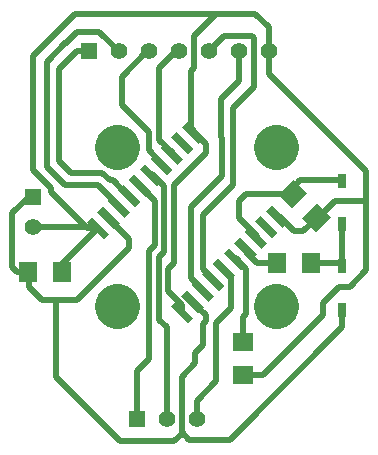
<source format=gtl>
G04 ( created by brdgerber.py ( brdgerber.py v0.1 2014-03-12 ) ) date 2020-11-07 22:23:14 EST*
G04 Gerber Fmt 3.4, Leading zero omitted, Abs format*
%MOIN*%
%FSLAX34Y34*%
G01*
G70*
G90*
G04 APERTURE LIST*
%ADD18C,0.1500*%
%ADD10C,0.0000*%
%ADD19R,0.0629X0.0709*%
%ADD16C,0.0120*%
%ADD14R,0.0550X0.0550*%
%ADD13C,0.0050*%
%ADD12C,0.0020*%
%ADD17R,0.0275X0.0472*%
%ADD11C,0.0060*%
%ADD15C,0.0550*%
%ADD20C,0.0200*%
%ADD21R,0.0709X0.0629*%
G04 APERTURE END LIST*
G54D18*
G36*
G01X12800Y05366D02*
G01X12616Y05182D01*
G01X13182Y04616D01*
G01X13366Y04800D01*
G01X12800Y05366D01*
G37*
G36*
G01X12446Y05012D02*
G01X12263Y04828D01*
G01X12828Y04263D01*
G01X13012Y04447D01*
G01X12446Y05012D01*
G37*
G36*
G01X12093Y04659D02*
G01X11909Y04475D01*
G01X12475Y03909D01*
G01X12659Y04093D01*
G01X12093Y04659D01*
G37*
G36*
G01X11739Y04305D02*
G01X11555Y04121D01*
G01X12121Y03556D01*
G01X12305Y03739D01*
G01X11739Y04305D01*
G37*
G36*
G01X11386Y03952D02*
G01X11202Y03768D01*
G01X11768Y03202D01*
G01X11951Y03386D01*
G01X11386Y03952D01*
G37*
G36*
G01X11032Y03598D02*
G01X10848Y03414D01*
G01X11414Y02849D01*
G01X11598Y03032D01*
G01X11032Y03598D01*
G37*
G36*
G01X10679Y03245D02*
G01X10495Y03061D01*
G01X11061Y02495D01*
G01X11244Y02679D01*
G01X10679Y03245D01*
G37*
G36*
G01X10325Y02891D02*
G01X10141Y02707D01*
G01X10707Y02141D01*
G01X10891Y02325D01*
G01X10325Y02891D01*
G37*
G36*
G01X13125Y00091D02*
G01X12941Y-00093D01*
G01X13507Y-00659D01*
G01X13691Y-00475D01*
G01X13125Y00091D01*
G37*
G36*
G01X13479Y00444D02*
G01X13295Y00261D01*
G01X13861Y-00305D01*
G01X14045Y-00121D01*
G01X13479Y00444D01*
G37*
G36*
G01X13832Y00798D02*
G01X13649Y00614D01*
G01X14214Y00048D01*
G01X14398Y00232D01*
G01X13832Y00798D01*
G37*
G36*
G01X14186Y01151D02*
G01X14002Y00968D01*
G01X14568Y00402D01*
G01X14752Y00586D01*
G01X14186Y01151D01*
G37*
G36*
G01X14539Y01505D02*
G01X14356Y01321D01*
G01X14921Y00755D01*
G01X15105Y00939D01*
G01X14539Y01505D01*
G37*
G36*
G01X14893Y01859D02*
G01X14709Y01675D01*
G01X15275Y01109D01*
G01X15459Y01293D01*
G01X14893Y01859D01*
G37*
G36*
G01X15247Y02212D02*
G01X15063Y02028D01*
G01X15628Y01463D01*
G01X15812Y01646D01*
G01X15247Y02212D01*
G37*
G36*
G01X15600Y02566D02*
G01X15416Y02382D01*
G01X15982Y01816D01*
G01X16166Y02000D01*
G01X15600Y02566D01*
G37*
G36*
G01X09972Y02537D02*
G01X09788Y02354D01*
G01X10353Y01788D01*
G01X10537Y01972D01*
G01X09972Y02537D01*
G37*
G36*
G01X09618Y02184D02*
G01X09434Y02000D01*
G01X10000Y01434D01*
G01X10184Y01618D01*
G01X09618Y02184D01*
G37*
G36*
G01X12772Y-00263D02*
G01X12588Y-00447D01*
G01X13154Y-01012D01*
G01X13337Y-00828D01*
G01X12772Y-00263D01*
G37*
G36*
G01X12418Y-00616D02*
G01X12234Y-00800D01*
G01X12800Y-01366D01*
G01X12984Y-01182D01*
G01X12418Y-00616D01*
G37*
D14*
X09500Y07700D03*
D15*
X10500Y07700D03*
D15*
X11500Y07700D03*
D15*
X12500Y07700D03*
D15*
X13500Y07700D03*
D15*
X14500Y07700D03*
D15*
X15500Y07700D03*
D17*
X17950Y03378D03*
D17*
X17950Y01922D03*
D18*
G01X15745Y-00795D02*
G01X15745Y-00795D01*
D18*
G01X15745Y04495D02*
G01X15745Y04495D01*
D18*
G01X10455Y04495D02*
G01X10455Y04495D01*
D18*
G01X10455Y-00795D02*
G01X10455Y-00795D01*
D14*
X07650Y02850D03*
D15*
X07650Y01850D03*
D19*
X15791Y00650D03*
D19*
X16909Y00650D03*
G36*
G01X16622Y02126D02*
G01X17067Y01682D01*
G01X17568Y02183D01*
G01X17124Y02628D01*
G01X16622Y02126D01*
G37*
G36*
G01X15832Y02917D02*
G01X16276Y02472D01*
G01X16778Y02974D01*
G01X16333Y03418D01*
G01X15832Y02917D01*
G37*
D14*
X11100Y-04550D03*
D15*
X12100Y-04550D03*
D15*
X13100Y-04550D03*
D17*
X17950Y00528D03*
D17*
X17950Y-00928D03*
D21*
X14650Y-03109D03*
D21*
X14650Y-01991D03*
D19*
X08609Y00350D03*
D19*
X07491Y00350D03*
D20*
G01X17850Y-00150D02*
G01X18200Y-00150D01*
D20*
G01X14500Y02150D02*
G01X14500Y02700D01*
D20*
G01X07650Y03750D02*
G01X07650Y07550D01*
D20*
G01X11700Y01250D02*
G01X11700Y02700D01*
D20*
G01X11700Y02700D02*
G01X11200Y03200D01*
D20*
G01X06950Y00500D02*
G01X07100Y00350D01*
D20*
G01X06950Y00950D02*
G01X06950Y00500D01*
D20*
G01X11500Y01050D02*
G01X11700Y01250D01*
D20*
G01X18750Y00400D02*
G01X18750Y03700D01*
D20*
G01X18750Y03700D02*
G01X15500Y06950D01*
D20*
G01X16350Y-02050D02*
G01X17300Y-01100D01*
D20*
G01X17300Y-01100D02*
G01X17300Y-00700D01*
D20*
G01X18200Y-00150D02*
G01X18750Y00400D01*
D20*
G01X13750Y-03300D02*
G01X13750Y-01350D01*
D20*
G01X08250Y03150D02*
G01X07650Y03750D01*
D20*
G01X07650Y01850D02*
G01X09750Y01850D01*
D20*
G01X09750Y01850D02*
G01X09800Y01800D01*
D20*
G01X10500Y02500D02*
G01X10450Y02500D01*
D20*
G01X12600Y-05000D02*
G01X12850Y-05250D01*
D20*
G01X12600Y-03150D02*
G01X12600Y-05000D01*
D20*
G01X08700Y07950D02*
G01X09100Y08350D01*
D20*
G01X10500Y02500D02*
G01X10500Y02550D01*
D20*
G01X10500Y02550D02*
G01X09800Y03250D01*
D20*
G01X09800Y03250D02*
G01X08700Y03250D01*
D20*
G01X08700Y03250D02*
G01X08100Y03850D01*
D20*
G01X08100Y03850D02*
G01X08100Y07350D01*
D20*
G01X08100Y07350D02*
G01X08750Y08000D01*
D20*
G01X07500Y00350D02*
G01X07500Y-00150D01*
D20*
G01X12850Y-05250D02*
G01X14200Y-05250D01*
D20*
G01X07650Y02850D02*
G01X07500Y02850D01*
D20*
G01X08900Y03650D02*
G01X08500Y04050D01*
D20*
G01X08500Y04050D02*
G01X08500Y06700D01*
D20*
G01X07500Y02850D02*
G01X06950Y02300D01*
D20*
G01X09100Y07700D02*
G01X08500Y07100D01*
D20*
G01X14000Y08200D02*
G01X13500Y07700D01*
D20*
G01X14750Y-01050D02*
G01X14750Y00450D01*
D20*
G01X14750Y00450D02*
G01X14400Y00800D01*
D20*
G01X10300Y03400D02*
G01X10850Y02850D01*
D20*
G01X10200Y03400D02*
G01X10300Y03400D01*
D20*
G01X14650Y-01150D02*
G01X14750Y-01050D01*
D20*
G01X14650Y-02000D02*
G01X14650Y-01150D01*
D20*
G01X13650Y00050D02*
G01X13650Y00100D01*
D20*
G01X13650Y00100D02*
G01X13300Y00450D01*
D20*
G01X13300Y00450D02*
G01X13300Y02250D01*
D20*
G01X13300Y02250D02*
G01X14300Y03250D01*
D20*
G01X12100Y-04550D02*
G01X12100Y-01500D01*
D20*
G01X12000Y03200D02*
G01X11600Y03600D01*
D20*
G01X08500Y07100D02*
G01X08500Y06650D01*
D20*
G01X13100Y-04550D02*
G01X13100Y-03950D01*
D20*
G01X13050Y-02350D02*
G01X13050Y-02700D01*
D20*
G01X13050Y-02700D02*
G01X12600Y-03150D01*
D20*
G01X13300Y-00300D02*
G01X13300Y-00250D01*
D20*
G01X13300Y-00250D02*
G01X12900Y00150D01*
D20*
G01X12900Y00150D02*
G01X12900Y02500D01*
D20*
G01X12900Y02500D02*
G01X13950Y03550D01*
D20*
G01X08250Y03000D02*
G01X08250Y03150D01*
D20*
G01X13100Y-03950D02*
G01X13750Y-03300D01*
D20*
G01X12150Y00350D02*
G01X12150Y-00300D01*
D20*
G01X12150Y-00300D02*
G01X12600Y-00750D01*
D20*
G01X12600Y-00750D02*
G01X12600Y-01000D01*
D20*
G01X12150Y00350D02*
G01X12150Y00450D01*
D20*
G01X12150Y00450D02*
G01X12350Y00650D01*
D20*
G01X12350Y00650D02*
G01X12350Y03250D01*
D20*
G01X12350Y03250D02*
G01X13400Y04300D01*
D20*
G01X13400Y04300D02*
G01X13400Y04600D01*
D20*
G01X13400Y04600D02*
G01X13000Y05000D01*
D20*
G01X14250Y-00850D02*
G01X14250Y00150D01*
D20*
G01X13750Y-01350D02*
G01X14250Y-00850D01*
D20*
G01X14250Y00150D02*
G01X14000Y00400D01*
D20*
G01X13300Y-02100D02*
G01X13050Y-02350D01*
D20*
G01X11850Y00850D02*
G01X12000Y01000D01*
D20*
G01X07100Y00350D02*
G01X07500Y00350D01*
D20*
G01X17150Y02150D02*
G01X17700Y02700D01*
D20*
G01X12000Y01000D02*
G01X12000Y03200D01*
D20*
G01X08600Y00350D02*
G01X08600Y00600D01*
D20*
G01X06950Y02300D02*
G01X06950Y00900D01*
D20*
G01X09050Y08950D02*
G01X13800Y08950D01*
D20*
G01X17700Y02700D02*
G01X18750Y02700D01*
D20*
G01X15100Y01500D02*
G01X15100Y01550D01*
D20*
G01X15100Y01550D02*
G01X14500Y02150D01*
D20*
G01X14950Y08200D02*
G01X14000Y08200D01*
D20*
G01X12600Y-05000D02*
G01X12600Y-05050D01*
D20*
G01X08600Y00600D02*
G01X09800Y01800D01*
D20*
G01X16650Y01700D02*
G01X17100Y02150D01*
D20*
G01X16350Y01700D02*
G01X16650Y01700D01*
D20*
G01X15000Y08150D02*
G01X14950Y08200D01*
D20*
G01X17950Y01900D02*
G01X17950Y00550D01*
D20*
G01X14750Y01150D02*
G01X14750Y01000D01*
D20*
G01X14750Y01000D02*
G01X15100Y00650D01*
D20*
G01X15100Y00650D02*
G01X15800Y00650D01*
D20*
G01X16900Y00650D02*
G01X17850Y00650D01*
D20*
G01X17850Y00650D02*
G01X17950Y00550D01*
D20*
G01X15500Y07700D02*
G01X15500Y07450D01*
D20*
G01X15500Y06950D02*
G01X15500Y07700D01*
D20*
G01X15000Y06500D02*
G01X15000Y08150D01*
D20*
G01X14500Y02700D02*
G01X14750Y02950D01*
D20*
G01X17300Y-00700D02*
G01X17850Y-00150D01*
D20*
G01X17100Y02150D02*
G01X17150Y02150D01*
D20*
G01X13000Y05000D02*
G01X13000Y05050D01*
D20*
G01X13000Y05050D02*
G01X12900Y05150D01*
D20*
G01X12900Y05150D02*
G01X12900Y07050D01*
D20*
G01X12900Y07050D02*
G01X13000Y07150D01*
D20*
G01X13000Y07150D02*
G01X13000Y08200D01*
D20*
G01X13000Y08200D02*
G01X13750Y08950D01*
D20*
G01X13750Y08950D02*
G01X15050Y08950D01*
D20*
G01X15050Y08950D02*
G01X15500Y08500D01*
D20*
G01X15500Y08500D02*
G01X15500Y07700D01*
D20*
G01X15800Y02200D02*
G01X15850Y02200D01*
D20*
G01X15850Y02200D02*
G01X16350Y01700D01*
D20*
G01X07650Y07550D02*
G01X09050Y08950D01*
D20*
G01X11850Y-01250D02*
G01X11850Y00850D01*
D20*
G01X12100Y-01500D02*
G01X11850Y-01250D01*
D20*
G01X17950Y-01500D02*
G01X17950Y-00950D01*
D20*
G01X12600Y-05050D02*
G01X12350Y-05300D01*
D20*
G01X10550Y-05300D02*
G01X08400Y-03150D01*
D20*
G01X12350Y-05300D02*
G01X10550Y-05300D01*
D20*
G01X08400Y-03150D02*
G01X08400Y-00600D01*
D20*
G01X14200Y-05250D02*
G01X17950Y-01500D01*
D20*
G01X13300Y-02100D02*
G01X13300Y-01400D01*
D20*
G01X11100Y-02950D02*
G01X11500Y-02550D01*
D20*
G01X11100Y-04550D02*
G01X11100Y-02950D01*
D20*
G01X11500Y-02550D02*
G01X11500Y01050D01*
D20*
G01X09450Y01800D02*
G01X08250Y03000D01*
D20*
G01X09800Y01800D02*
G01X09450Y01800D01*
D20*
G01X13400Y-01100D02*
G01X12950Y-00650D01*
D20*
G01X13400Y-01300D02*
G01X13400Y-01100D01*
D20*
G01X13300Y-01400D02*
G01X13400Y-01300D01*
D20*
G01X10850Y01450D02*
G01X10150Y02150D01*
D20*
G01X09500Y07700D02*
G01X09100Y07700D01*
D20*
G01X07500Y-00150D02*
G01X07950Y-00600D01*
D20*
G01X14650Y-03100D02*
G01X15300Y-03100D01*
D20*
G01X15300Y-03100D02*
G01X16350Y-02050D01*
D20*
G01X07950Y-00600D02*
G01X09100Y-00600D01*
D20*
G01X09100Y-00600D02*
G01X10850Y01150D01*
D20*
G01X10850Y01150D02*
G01X10850Y01450D01*
D20*
G01X08900Y03650D02*
G01X09950Y03650D01*
D20*
G01X09950Y03650D02*
G01X10200Y03400D01*
D20*
G01X09100Y08350D02*
G01X09850Y08350D01*
D20*
G01X09850Y08350D02*
G01X10500Y07700D01*
D20*
G01X11500Y07700D02*
G01X11450Y07700D01*
D20*
G01X11450Y07700D02*
G01X10600Y06850D01*
D20*
G01X10600Y06850D02*
G01X10600Y05900D01*
D20*
G01X10600Y05900D02*
G01X11500Y05000D01*
D20*
G01X11500Y05000D02*
G01X11500Y04400D01*
D20*
G01X11500Y04400D02*
G01X11950Y03950D01*
D20*
G01X12500Y07700D02*
G01X12400Y07700D01*
D20*
G01X12400Y07700D02*
G01X11850Y07150D01*
D20*
G01X11850Y07150D02*
G01X11850Y04750D01*
D20*
G01X11850Y04750D02*
G01X12300Y04300D01*
D20*
G01X14500Y07700D02*
G01X14500Y06700D01*
D20*
G01X14500Y06700D02*
G01X13900Y06100D01*
D20*
G01X13900Y06100D02*
G01X13900Y04850D01*
D20*
G01X13900Y04850D02*
G01X13950Y04800D01*
D20*
G01X13950Y04800D02*
G01X13950Y03550D01*
D20*
G01X14300Y03250D02*
G01X14300Y05800D01*
D20*
G01X14300Y05800D02*
G01X15000Y06500D01*
D20*
G01X14750Y02950D02*
G01X16300Y02950D01*
D20*
G01X16300Y02950D02*
G01X16300Y03150D01*
D20*
G01X16300Y03150D02*
G01X16550Y03400D01*
D20*
G01X16550Y03400D02*
G01X17950Y03400D01*
M02*

</source>
